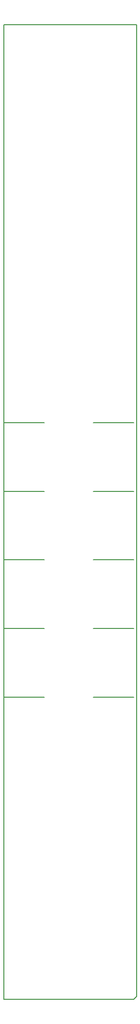
<source format=gko>
G04 Layer_Color=16711935*
%FSLAX44Y44*%
%MOMM*%
G71*
G01*
G75*
%ADD64C,0.1270*%
D64*
X10116820Y5100320D02*
X10350500D01*
Y3401060D02*
Y5100320D01*
X10345420Y3395980D02*
X10350500Y3401060D01*
X10116820Y3395980D02*
X10345420D01*
X10116820D02*
Y3398520D01*
Y5100320D01*
X10116940Y4404440D02*
X10188060D01*
X10116940Y4284440D02*
X10188060D01*
X10116940Y4164440D02*
X10188060D01*
X10116940Y4044440D02*
X10188060D01*
X10116940Y3924440D02*
X10188060D01*
X10274440Y4404440D02*
X10345560D01*
X10274440Y4284440D02*
X10345560D01*
X10274440Y4164440D02*
X10345560D01*
X10274440Y4044440D02*
X10345560D01*
X10274440Y3924440D02*
X10345560D01*
M02*

</source>
